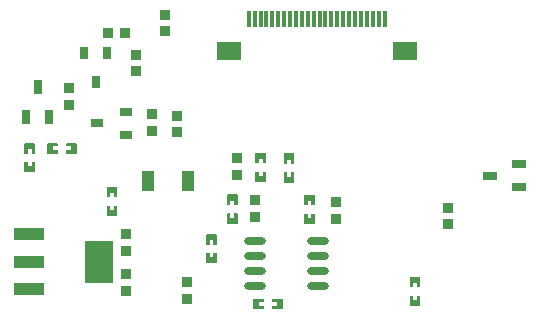
<source format=gbp>
G04 Layer: BottomPasteMaskLayer*
G04 Panelize: , Column: 1, Row: 1, Board Size: 1.85inch x 1.54inch, Panelized Board Size: 1.85inch x 1.54inch*
G04 EasyEDA v6.5.48, 2025-03-06 20:58:06*
G04 bc0108e7a25f4f9495a06a5a4f8deb47,84066bfdb5964fb78f634a0d0c1972bb,10*
G04 Gerber Generator version 0.2*
G04 Scale: 100 percent, Rotated: No, Reflected: No *
G04 Dimensions in inches *
G04 leading zeros omitted , absolute positions ,3 integer and 6 decimal *
%FSLAX36Y36*%
%MOIN*%

%AMMACRO1*21,1,$1,$2,0,0,$3*%
%ADD10MACRO1,0.0118X0.0512X0.0000*%
%ADD11MACRO1,0.063X0.0787X90.0000*%
%ADD12MACRO1,0.0276X0.0492X90.0000*%
%ADD13MACRO1,0.0984X0.0433X0.0000*%
%ADD14R,0.0921X0.1417*%
%ADD15MACRO1,0.0315X0.0354X-90.0000*%
%ADD16MACRO1,0.0315X0.0354X90.0000*%
%ADD17O,0.073425X0.024803000000000002*%
%ADD18MACRO1,0.0433X0.0669X0.0000*%
%ADD19MACRO1,0.0276X0.0492X0.0000*%
%ADD20MACRO1,0.0315X0.0354X0.0000*%
%ADD21MACRO1,0.0421X0.0236X0.0000*%
%ADD22MACRO1,0.0421X0.0236X90.0000*%
%ADD23C,0.0196*%

%LPD*%
G36*
X414260Y566420D02*
G01*
X412280Y564440D01*
X412280Y532960D01*
X414260Y530980D01*
X445740Y530980D01*
X447720Y532960D01*
X447720Y564440D01*
X445740Y566420D01*
X436220Y566420D01*
X436220Y551840D01*
X423220Y551840D01*
X423220Y566420D01*
G37*
G36*
X414260Y629020D02*
G01*
X412280Y627040D01*
X412280Y595940D01*
X414260Y593980D01*
X423220Y593980D01*
X423220Y608940D01*
X436220Y608940D01*
X436220Y593980D01*
X445740Y593980D01*
X447720Y595940D01*
X447720Y627040D01*
X445740Y629020D01*
G37*
G36*
X745260Y472260D02*
G01*
X743300Y470280D01*
X743300Y438780D01*
X745260Y436820D01*
X754800Y436820D01*
X754800Y451380D01*
X767780Y451380D01*
X767780Y436820D01*
X776760Y436820D01*
X778720Y438780D01*
X778720Y470280D01*
X776760Y472260D01*
G37*
G36*
X745260Y409260D02*
G01*
X743300Y407299D01*
X743300Y376180D01*
X745260Y374219D01*
X776760Y374219D01*
X778720Y376180D01*
X778720Y407299D01*
X776760Y409260D01*
X767780Y409260D01*
X767780Y394300D01*
X754800Y394300D01*
X754800Y409260D01*
G37*
G36*
X902360Y256060D02*
G01*
X900400Y254080D01*
X900400Y222580D01*
X902360Y220620D01*
X933860Y220620D01*
X935819Y222580D01*
X935819Y232120D01*
X921260Y232120D01*
X921260Y245100D01*
X935819Y245100D01*
X935819Y254080D01*
X933860Y256060D01*
G37*
G36*
X965360Y256060D02*
G01*
X963379Y254080D01*
X963379Y245100D01*
X978340Y245100D01*
X978340Y232120D01*
X963379Y232120D01*
X963379Y222580D01*
X965360Y220620D01*
X996460Y220620D01*
X998420Y222580D01*
X998420Y254080D01*
X996460Y256060D01*
G37*
G36*
X1071960Y602560D02*
G01*
X1070000Y600580D01*
X1070000Y569080D01*
X1071960Y567120D01*
X1081500Y567120D01*
X1081500Y581680D01*
X1094480Y581680D01*
X1094480Y567120D01*
X1103460Y567120D01*
X1105420Y569080D01*
X1105420Y600580D01*
X1103460Y602560D01*
G37*
G36*
X1071960Y539560D02*
G01*
X1070000Y537600D01*
X1070000Y506480D01*
X1071960Y504520D01*
X1103460Y504520D01*
X1105420Y506480D01*
X1105420Y537600D01*
X1103460Y539560D01*
X1094480Y539560D01*
X1094480Y524600D01*
X1081500Y524600D01*
X1081500Y539560D01*
G37*
G36*
X815160Y604560D02*
G01*
X813199Y602580D01*
X813199Y571080D01*
X815160Y569120D01*
X824700Y569120D01*
X824700Y583680D01*
X837680Y583680D01*
X837680Y569120D01*
X846660Y569120D01*
X848620Y571080D01*
X848620Y602580D01*
X846660Y604560D01*
G37*
G36*
X815160Y541560D02*
G01*
X813199Y539600D01*
X813199Y508480D01*
X815160Y506520D01*
X846660Y506520D01*
X848620Y508480D01*
X848620Y539600D01*
X846660Y541560D01*
X837680Y541560D01*
X837680Y526600D01*
X824700Y526600D01*
X824700Y541560D01*
G37*
G36*
X1424259Y266420D02*
G01*
X1422280Y264440D01*
X1422280Y232960D01*
X1424259Y230980D01*
X1455740Y230980D01*
X1457720Y232960D01*
X1457720Y264440D01*
X1455740Y266420D01*
X1446220Y266420D01*
X1446220Y251840D01*
X1433220Y251840D01*
X1433220Y266420D01*
G37*
G36*
X1424259Y329020D02*
G01*
X1422280Y327040D01*
X1422280Y295940D01*
X1424259Y293980D01*
X1433220Y293980D01*
X1433220Y308940D01*
X1446220Y308940D01*
X1446220Y293980D01*
X1455740Y293980D01*
X1457720Y295940D01*
X1457720Y327040D01*
X1455740Y329020D01*
G37*
G36*
X909360Y742660D02*
G01*
X907400Y740680D01*
X907400Y709180D01*
X909360Y707220D01*
X918900Y707220D01*
X918900Y721780D01*
X931880Y721780D01*
X931880Y707220D01*
X940860Y707220D01*
X942820Y709180D01*
X942820Y740680D01*
X940860Y742660D01*
G37*
G36*
X909360Y679659D02*
G01*
X907400Y677700D01*
X907400Y646580D01*
X909360Y644620D01*
X940860Y644620D01*
X942820Y646580D01*
X942820Y677700D01*
X940860Y679659D01*
X931880Y679659D01*
X931880Y664700D01*
X918900Y664700D01*
X918900Y679659D01*
G37*
G36*
X139060Y775759D02*
G01*
X137100Y773780D01*
X137100Y742280D01*
X139060Y740320D01*
X148600Y740320D01*
X148600Y754880D01*
X161580Y754880D01*
X161580Y740320D01*
X170560Y740320D01*
X172520Y742280D01*
X172520Y773780D01*
X170560Y775759D01*
G37*
G36*
X139060Y712760D02*
G01*
X137100Y710800D01*
X137100Y679680D01*
X139060Y677720D01*
X170560Y677720D01*
X172520Y679680D01*
X172520Y710800D01*
X170560Y712760D01*
X161580Y712760D01*
X161580Y697800D01*
X148600Y697800D01*
X148600Y712760D01*
G37*
G36*
X215460Y775560D02*
G01*
X213500Y773580D01*
X213500Y742080D01*
X215460Y740120D01*
X246960Y740120D01*
X248920Y742080D01*
X248920Y751620D01*
X234360Y751620D01*
X234360Y764599D01*
X248920Y764599D01*
X248920Y773580D01*
X246960Y775560D01*
G37*
G36*
X278460Y775560D02*
G01*
X276480Y773580D01*
X276480Y764599D01*
X291440Y764599D01*
X291440Y751620D01*
X276480Y751620D01*
X276480Y742080D01*
X278460Y740120D01*
X309560Y740120D01*
X311520Y742080D01*
X311520Y773580D01*
X309560Y775560D01*
G37*
G36*
X1004560Y740460D02*
G01*
X1002600Y738480D01*
X1002600Y706979D01*
X1004560Y705020D01*
X1014100Y705020D01*
X1014100Y719580D01*
X1027080Y719580D01*
X1027080Y705020D01*
X1036060Y705020D01*
X1038020Y706979D01*
X1038020Y738480D01*
X1036060Y740460D01*
G37*
G36*
X1004560Y677460D02*
G01*
X1002600Y675500D01*
X1002600Y644380D01*
X1004560Y642420D01*
X1036060Y642420D01*
X1038020Y644380D01*
X1038020Y675500D01*
X1036060Y677460D01*
X1027080Y677460D01*
X1027080Y662500D01*
X1014100Y662500D01*
X1014100Y677460D01*
G37*
D10*
G01*
X885412Y1187320D03*
G01*
X905097Y1187320D03*
G01*
X924782Y1187320D03*
G01*
X944467Y1187320D03*
G01*
X964152Y1187320D03*
G01*
X983837Y1187320D03*
G01*
X1003522Y1187320D03*
G01*
X1023207Y1187320D03*
G01*
X1042892Y1187320D03*
G01*
X1062577Y1187320D03*
G01*
X1082262Y1187320D03*
G01*
X1101947Y1187320D03*
G01*
X1121632Y1187320D03*
G01*
X1141317Y1187320D03*
G01*
X1161002Y1187320D03*
G01*
X1180687Y1187320D03*
G01*
X1200372Y1187320D03*
G01*
X1220057Y1187320D03*
G01*
X1239742Y1187320D03*
G01*
X1259427Y1187320D03*
G01*
X1279112Y1187320D03*
G01*
X1298797Y1187320D03*
G01*
X1318482Y1187320D03*
G01*
X1338167Y1187320D03*
D11*
G01*
X1405015Y1080960D03*
G01*
X818402Y1080960D03*
D12*
G01*
X1688355Y666928D03*
G01*
X1786756Y629528D03*
G01*
X1786756Y704328D03*
D13*
G01*
X153073Y289449D03*
G01*
X153073Y380000D03*
G01*
X153073Y470550D03*
D14*
G01*
X386930Y380000D03*
D15*
G01*
X475310Y338694D03*
G01*
X475310Y283576D03*
G01*
X1548107Y559211D03*
G01*
X1548107Y504093D03*
D16*
G01*
X475310Y416576D03*
G01*
X475310Y471693D03*
G01*
X681110Y255976D03*
G01*
X681110Y311094D03*
D15*
G01*
X905410Y584793D03*
G01*
X905410Y529675D03*
G01*
X1175610Y578894D03*
G01*
X1175610Y523776D03*
D17*
G01*
X904799Y299639D03*
G01*
X904799Y349639D03*
G01*
X904799Y399639D03*
G01*
X904799Y449639D03*
G01*
X1116019Y299639D03*
G01*
X1116019Y349639D03*
G01*
X1116019Y399639D03*
G01*
X1116019Y449639D03*
D18*
G01*
X684138Y648240D03*
G01*
X550280Y648240D03*
D19*
G01*
X181811Y960534D03*
G01*
X144411Y862135D03*
G01*
X219211Y862135D03*
D15*
G01*
X285411Y958194D03*
G01*
X285411Y903076D03*
D16*
G01*
X563208Y816681D03*
G01*
X563208Y871799D03*
G01*
X647608Y810780D03*
G01*
X647608Y865898D03*
D20*
G01*
X417652Y1141034D03*
G01*
X472770Y1141034D03*
D15*
G01*
X510811Y1068994D03*
G01*
X510811Y1013876D03*
G01*
X845111Y723794D03*
G01*
X845111Y668676D03*
G01*
X606297Y1202781D03*
G01*
X606297Y1147663D03*
D21*
G01*
X477030Y878540D03*
G01*
X477030Y803740D03*
G01*
X379787Y841139D03*
D22*
G01*
X337911Y1076956D03*
G01*
X412711Y1076956D03*
G01*
X375310Y979712D03*
M02*

</source>
